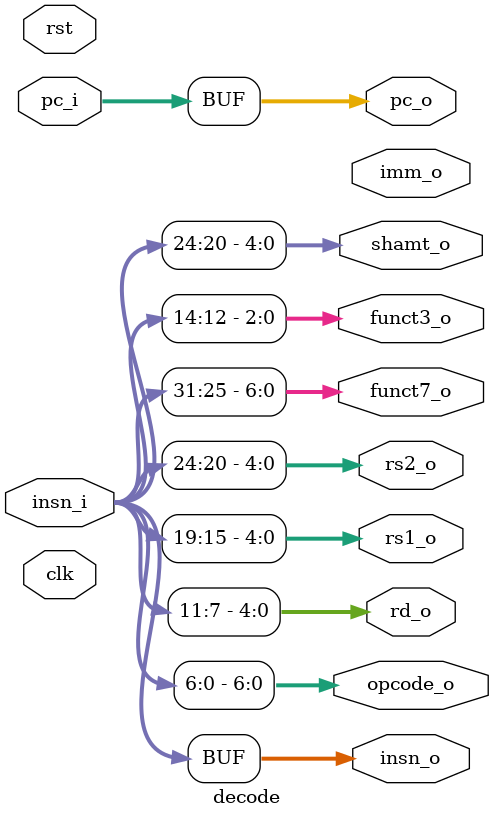
<source format=sv>
/*
 * Yousif Kndkji
 * Salman Kayani
 * Module: decode
 *
 * Description: Decode stage
 *
 * Inputs:
 * 1) clk
 * 2) rst signal
 * 3) insn_iruction ins_i
 * 4) program counter pc_i
 * Outputs:
 * 1) AWIDTH wide program counter pc_o
 * 2) DWIDTH wide insn_iruction output insn_o
 * 3) 5-bit wide destination register ID rd_o
 * 4) 5-bit wide source 1 register ID rs1_o
 * 5) 5-bit wide source 2 register ID rs2_o
 * 6) 7-bit wide funct7 funct7_o
 * 7) 3-bit wide funct3 funct3_o
 * 8) 32-bit wide immediate imm_o
 * 9) 5-bit wide shift amount shamt_o
 * 10) 7-bit width opcode_o
 */

`include "constants.svh"

module decode #(
    parameter int DWIDTH=32,
    parameter int AWIDTH=32
) (
	// inputs
	input logic clk,
	input logic rst,
	input logic [DWIDTH - 1:0] insn_i,
	input logic [DWIDTH - 1:0] pc_i,

	// outputs
	output logic [AWIDTH-1:0] pc_o,
	output logic [DWIDTH-1:0] insn_o,
	output logic [6:0] opcode_o,
	output logic [4:0] rd_o,
	output logic [4:0] rs1_o,
	output logic [4:0] rs2_o,
	output logic [6:0] funct7_o,
	output logic [2:0] funct3_o,
	output logic [4:0] shamt_o,
	output logic [DWIDTH-1:0] imm_o
);

	assign pc_o = pc_i;
	assign insn_o = insn_i;
	assign opcode_o = insn_i[6:0];

	logic is_itype, is_stype, is_btype, is_utype, is_jtype;

	assign is_itype = (opcode_o == ITYPE_OPCODE) ||
					(opcode_o == SYSTEM_OPCODE) ||
					(opcode_o == JALR_OPCODE) ||
					(opcode_o == LOAD_OPCODE);
	assign is_stype = (opcode_o == STYPE_OPCODE);
	assign is_btype = (opcode_o == BTYPE_OPCODE);
	assign is_utype = (opcode_o == LUI_OPCODE) || (opcode_o == AUIPC_OPCODE);
	assign is_jtype = (opcode_o == JTYPE_OPCODE);

	always_comb begin
		rd_o     = insn_i[11:7];
		funct3_o = insn_i[14:12];
		rs1_o    = insn_i[19:15];
		rs2_o    = insn_i[24:20];
		funct7_o = insn_i[31:25];
		shamt_o  = insn_i[24:20];

		// After running tests, we determined that there is
		// no need to clear unused fields since control signals
		// determine how the decoded data is to be interpreted anyways.
		// Clearing unused fields also led to the pattern check tests failing.

		// Clear unused instruction fields based on instruction type
		// if (is_stype || is_btype) begin
		// 	// rd_o     = 5'b0;
		// 	// funct7_o = 7'b0;
		// end else if (is_itype) begin
		// 	// rs2_o    = 5'b0;
		// 	// funct7_o = 7'b0;
		// end else if (is_utype || is_jtype) begin
		// 	// rs1_o    = 5'b0;
		// 	// rs2_o    = 5'b0;
		// 	// funct7_o = 7'b0;
		// end
	end

endmodule : decode

</source>
